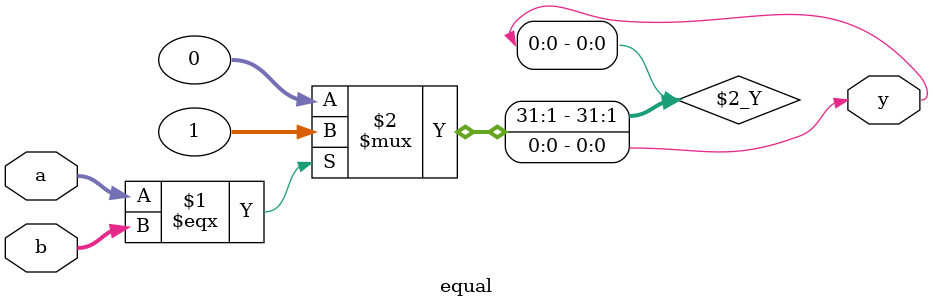
<source format=v>
module equal #(parameter width=8)(
input  [width-1:0] a,b, output  y);


assign y = (a===b)?1:0;


endmodule 
</source>
